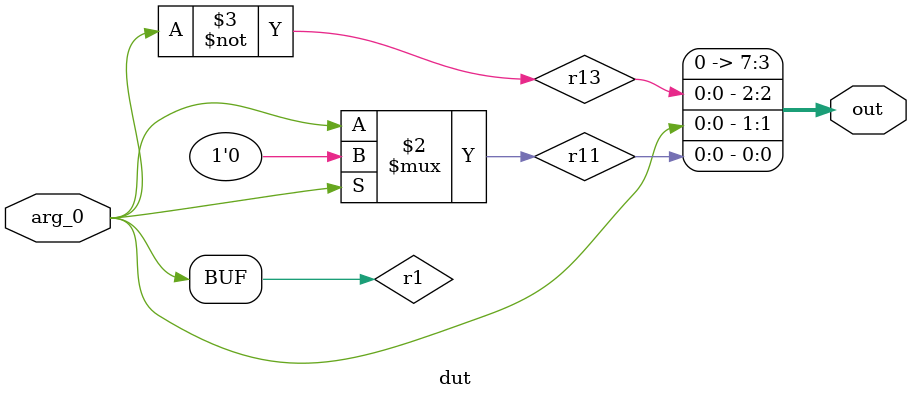
<source format=v>
module testbench();
    wire [7:0] out;
    reg [0:0] arg_0;
    dut t (.out(out),.arg_0(arg_0));
    initial begin
        arg_0 = 1'b0;
        #0;
        if (8'b00000100 !== out) begin
            $display("ASSERTION FAILED 0x%0h !== 0x%0h CASE 0", 8'b00000100, out);
            $finish;
        end
        arg_0 = 1'b1;
        #0;
        if (8'b00000010 !== out) begin
            $display("ASSERTION FAILED 0x%0h !== 0x%0h CASE 1", 8'b00000010, out);
            $finish;
        end
        $display("TESTBENCH OK", );
        $finish;
    end
endmodule
//
module dut(input wire [0:0] arg_0, output reg [7:0] out);
    reg [0:0] r1;
    reg [0:0] r11;
    reg [0:0] r13;
    always @(*) begin
        r1 = arg_0[0];
        // let a = a.val();
        //
        // let c = bits(0);
        //
        // match a.raw() {
        //    const 0 => c = bits(2),
        //    const 1 => c = bits(3),
        //    _ => {
        //    }
        //    ,
        // }
        //
        // let _d = c;
        //
        // if a.any() {
        //    c = bits(1);
        //    c = bits(2);
        // }
        //  else {
        //    c = bits(3);
        //    c = bits(4);
        //    if a.all() {
        //       c = bits(5);
        //    }
        //
        // }
        //
        //
        // c = bits(1);
        //
        // c = bits(2);
        //
        // c = bits(3);
        //
        // c = bits(4);
        //
        // if a.all() {
        //    c = bits(5);
        // }
        //
        //
        // c = bits(5);
        //
        // let _y = c;
        //
        // signal(c)
        //
        r11 = (r1) ? (1'b0) : (r1);
        r13 = ~(r1);
        out = { 1'b0, 1'b0, 1'b0, 1'b0, 1'b0, r13, r1, r11 };
    end
endmodule

</source>
